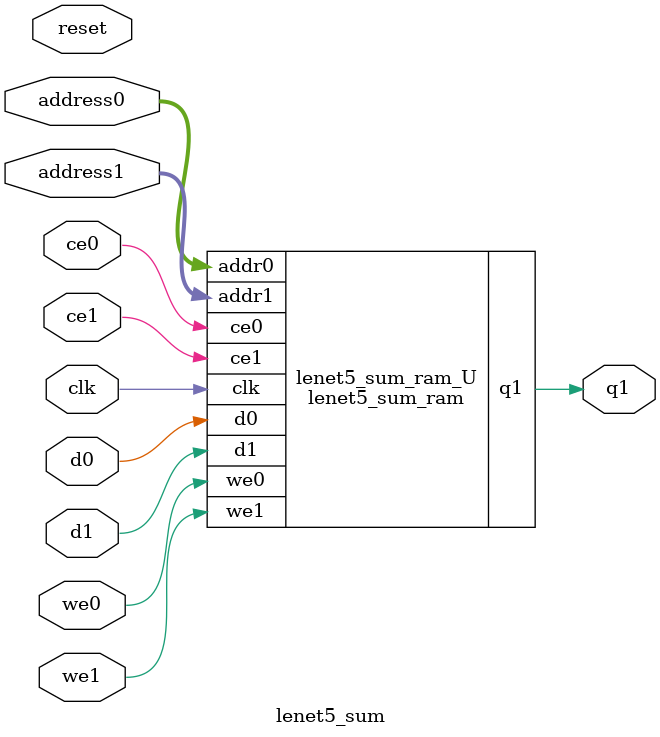
<source format=v>

`timescale 1 ns / 1 ps
module lenet5_sum_ram (addr0, ce0, d0, we0, addr1, ce1, d1, we1, q1,  clk);

parameter DWIDTH = 1;
parameter AWIDTH = 4;
parameter MEM_SIZE = 10;

input[AWIDTH-1:0] addr0;
input ce0;
input[DWIDTH-1:0] d0;
input we0;
input[AWIDTH-1:0] addr1;
input ce1;
input[DWIDTH-1:0] d1;
input we1;
output reg[DWIDTH-1:0] q1;
input clk;

(* ram_style = "block" *)reg [DWIDTH-1:0] ram[0:MEM_SIZE-1];




always @(posedge clk)  
begin 
    if (ce0) 
    begin
        if (we0) 
        begin 
            ram[addr0] <= d0; 
        end 
    end
end


always @(posedge clk)  
begin 
    if (ce1) 
    begin
        if (we1) 
        begin 
            ram[addr1] <= d1; 
            q1 <= d1;
        end 
        else 
            q1 <= ram[addr1];
    end
end


endmodule


`timescale 1 ns / 1 ps
module lenet5_sum(
    reset,
    clk,
    address0,
    ce0,
    we0,
    d0,
    address1,
    ce1,
    we1,
    d1,
    q1);

parameter DataWidth = 32'd1;
parameter AddressRange = 32'd10;
parameter AddressWidth = 32'd4;
input reset;
input clk;
input[AddressWidth - 1:0] address0;
input ce0;
input we0;
input[DataWidth - 1:0] d0;
input[AddressWidth - 1:0] address1;
input ce1;
input we1;
input[DataWidth - 1:0] d1;
output[DataWidth - 1:0] q1;



lenet5_sum_ram lenet5_sum_ram_U(
    .clk( clk ),
    .addr0( address0 ),
    .ce0( ce0 ),
    .we0( we0 ),
    .d0( d0 ),
    .addr1( address1 ),
    .ce1( ce1 ),
    .we1( we1 ),
    .d1( d1 ),
    .q1( q1 ));

endmodule


</source>
